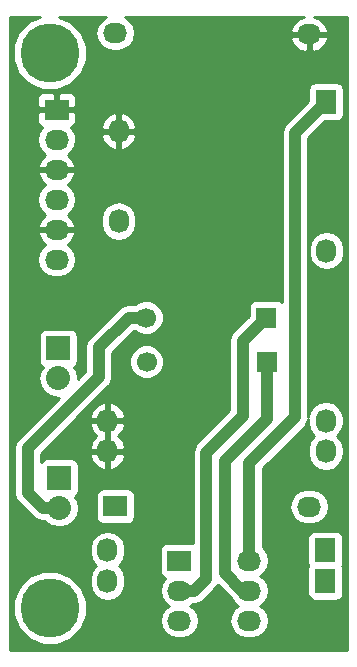
<source format=gbr>
G04 #@! TF.FileFunction,Copper,L2,Bot,Signal*
%FSLAX46Y46*%
G04 Gerber Fmt 4.6, Leading zero omitted, Abs format (unit mm)*
G04 Created by KiCad (PCBNEW 4.0.2-stable) date 11.07.2016 23:58:06*
%MOMM*%
G01*
G04 APERTURE LIST*
%ADD10C,0.100000*%
%ADD11C,5.000000*%
%ADD12C,1.699260*%
%ADD13R,1.699260X1.699260*%
%ADD14O,2.032000X1.727200*%
%ADD15R,2.032000X1.727200*%
%ADD16O,1.727200X2.032000*%
%ADD17R,1.727200X2.032000*%
%ADD18R,2.032000X2.032000*%
%ADD19O,2.032000X2.032000*%
%ADD20C,1.000000*%
%ADD21C,0.254000*%
G04 APERTURE END LIST*
D10*
D11*
X130479800Y-128422400D03*
D12*
X138632680Y-103837740D03*
D13*
X148792680Y-103837740D03*
D12*
X138658080Y-107571540D03*
D13*
X148818080Y-107571540D03*
D14*
X152421200Y-79855600D03*
X136021200Y-79755600D03*
X152421200Y-119855600D03*
D15*
X136021200Y-119815600D03*
D16*
X135337600Y-126159400D03*
X135337600Y-123559400D03*
X135337600Y-112559400D03*
X135337600Y-115159400D03*
X153837600Y-115159400D03*
D17*
X153797600Y-126159400D03*
D16*
X153837600Y-112559400D03*
D17*
X153797600Y-123559400D03*
D16*
X136291600Y-88071800D03*
X136291600Y-95671800D03*
X153891600Y-98171800D03*
D17*
X153851600Y-85571800D03*
D18*
X131267200Y-117424200D03*
D19*
X131267200Y-119964200D03*
D15*
X131038600Y-86233000D03*
D14*
X131038600Y-88773000D03*
X131038600Y-91313000D03*
X131038600Y-93853000D03*
X131038600Y-96393000D03*
X131038600Y-98933000D03*
D18*
X131191000Y-106451400D03*
D19*
X131191000Y-108991400D03*
D14*
X141449800Y-129490800D03*
X141449800Y-126950800D03*
D15*
X141449800Y-124410800D03*
D14*
X147349800Y-124410800D03*
X147349800Y-126950800D03*
X147349800Y-129490800D03*
D11*
X130454400Y-81432400D03*
D20*
X138632680Y-103837740D02*
X137157460Y-103837740D01*
X129870200Y-119964200D02*
X131267200Y-119964200D01*
X128600200Y-118694200D02*
X129870200Y-119964200D01*
X128600200Y-114884200D02*
X128600200Y-118694200D01*
X134620000Y-108864400D02*
X128600200Y-114884200D01*
X134620000Y-106375200D02*
X134620000Y-108864400D01*
X137157460Y-103837740D02*
X134620000Y-106375200D01*
X141449800Y-126950800D02*
X142695600Y-126950800D01*
X146812000Y-105818420D02*
X148792680Y-103837740D01*
X146812000Y-112166400D02*
X146812000Y-105818420D01*
X143687800Y-115290600D02*
X146812000Y-112166400D01*
X143687800Y-125958600D02*
X143687800Y-115290600D01*
X142695600Y-126950800D02*
X143687800Y-125958600D01*
X147349800Y-126950800D02*
X146762800Y-126950800D01*
X146762800Y-126950800D02*
X145288000Y-125476000D01*
X145288000Y-125476000D02*
X145288000Y-115951000D01*
X145288000Y-115951000D02*
X148818080Y-112420920D01*
X148818080Y-112420920D02*
X148818080Y-107571540D01*
X147349800Y-124410800D02*
X147349800Y-116149800D01*
X151231600Y-88191800D02*
X153851600Y-85571800D01*
X151231600Y-112268000D02*
X151231600Y-88191800D01*
X147349800Y-116149800D02*
X151231600Y-112268000D01*
D21*
G36*
X128680885Y-78773127D02*
X127798226Y-79654247D01*
X127319946Y-80806074D01*
X127318857Y-82053254D01*
X127795127Y-83205915D01*
X128676247Y-84088574D01*
X129828074Y-84566854D01*
X131075254Y-84567943D01*
X132227915Y-84091673D01*
X133110574Y-83210553D01*
X133588854Y-82058726D01*
X133589943Y-80811546D01*
X133113673Y-79658885D01*
X132232553Y-78776226D01*
X131286041Y-78383200D01*
X135244818Y-78383200D01*
X134776785Y-78695930D01*
X134451929Y-79182111D01*
X134337855Y-79755600D01*
X134451929Y-80329089D01*
X134776785Y-80815270D01*
X135262966Y-81140126D01*
X135836455Y-81254200D01*
X136205945Y-81254200D01*
X136779434Y-81140126D01*
X137265615Y-80815270D01*
X137590471Y-80329089D01*
X137613239Y-80214626D01*
X150813842Y-80214626D01*
X150816491Y-80230391D01*
X151070468Y-80757636D01*
X151506880Y-81147554D01*
X152059287Y-81340784D01*
X152294200Y-81196524D01*
X152294200Y-79982600D01*
X152548200Y-79982600D01*
X152548200Y-81196524D01*
X152783113Y-81340784D01*
X153335520Y-81147554D01*
X153771932Y-80757636D01*
X154025909Y-80230391D01*
X154028558Y-80214626D01*
X153907417Y-79982600D01*
X152548200Y-79982600D01*
X152294200Y-79982600D01*
X150934983Y-79982600D01*
X150813842Y-80214626D01*
X137613239Y-80214626D01*
X137704545Y-79755600D01*
X137590471Y-79182111D01*
X137265615Y-78695930D01*
X136797582Y-78383200D01*
X152022740Y-78383200D01*
X151506880Y-78563646D01*
X151070468Y-78953564D01*
X150816491Y-79480809D01*
X150813842Y-79496574D01*
X150934983Y-79728600D01*
X152294200Y-79728600D01*
X152294200Y-79708600D01*
X152548200Y-79708600D01*
X152548200Y-79728600D01*
X153907417Y-79728600D01*
X154028558Y-79496574D01*
X154025909Y-79480809D01*
X153771932Y-78953564D01*
X153335520Y-78563646D01*
X152819660Y-78383200D01*
X155652400Y-78383200D01*
X155652400Y-131954200D01*
X127100400Y-131954200D01*
X127100400Y-129043254D01*
X127344257Y-129043254D01*
X127820527Y-130195915D01*
X128701647Y-131078574D01*
X129853474Y-131556854D01*
X131100654Y-131557943D01*
X132253315Y-131081673D01*
X133135974Y-130200553D01*
X133614254Y-129048726D01*
X133615343Y-127801546D01*
X133139073Y-126648885D01*
X132257953Y-125766226D01*
X131106126Y-125287946D01*
X129858946Y-125286857D01*
X128706285Y-125763127D01*
X127823626Y-126644247D01*
X127345346Y-127796074D01*
X127344257Y-129043254D01*
X127100400Y-129043254D01*
X127100400Y-123374655D01*
X133839000Y-123374655D01*
X133839000Y-123744145D01*
X133953074Y-124317634D01*
X134277930Y-124803815D01*
X134361119Y-124859400D01*
X134277930Y-124914985D01*
X133953074Y-125401166D01*
X133839000Y-125974655D01*
X133839000Y-126344145D01*
X133953074Y-126917634D01*
X134277930Y-127403815D01*
X134764111Y-127728671D01*
X135337600Y-127842745D01*
X135911089Y-127728671D01*
X136397270Y-127403815D01*
X136699965Y-126950800D01*
X139766455Y-126950800D01*
X139880529Y-127524289D01*
X140205385Y-128010470D01*
X140520166Y-128220800D01*
X140205385Y-128431130D01*
X139880529Y-128917311D01*
X139766455Y-129490800D01*
X139880529Y-130064289D01*
X140205385Y-130550470D01*
X140691566Y-130875326D01*
X141265055Y-130989400D01*
X141634545Y-130989400D01*
X142208034Y-130875326D01*
X142694215Y-130550470D01*
X143019071Y-130064289D01*
X143133145Y-129490800D01*
X143019071Y-128917311D01*
X142694215Y-128431130D01*
X142379434Y-128220800D01*
X142581476Y-128085800D01*
X142695600Y-128085800D01*
X143129946Y-127999403D01*
X143498166Y-127753366D01*
X144490366Y-126761166D01*
X144681693Y-126474825D01*
X145879948Y-127673080D01*
X146105385Y-128010470D01*
X146420166Y-128220800D01*
X146105385Y-128431130D01*
X145780529Y-128917311D01*
X145666455Y-129490800D01*
X145780529Y-130064289D01*
X146105385Y-130550470D01*
X146591566Y-130875326D01*
X147165055Y-130989400D01*
X147534545Y-130989400D01*
X148108034Y-130875326D01*
X148594215Y-130550470D01*
X148919071Y-130064289D01*
X149033145Y-129490800D01*
X148919071Y-128917311D01*
X148594215Y-128431130D01*
X148279434Y-128220800D01*
X148594215Y-128010470D01*
X148919071Y-127524289D01*
X149033145Y-126950800D01*
X148919071Y-126377311D01*
X148594215Y-125891130D01*
X148279434Y-125680800D01*
X148594215Y-125470470D01*
X148919071Y-124984289D01*
X149033145Y-124410800D01*
X148919071Y-123837311D01*
X148594215Y-123351130D01*
X148484800Y-123278021D01*
X148484800Y-122543400D01*
X152286560Y-122543400D01*
X152286560Y-124575400D01*
X152330838Y-124810717D01*
X152360877Y-124857398D01*
X152337569Y-124891510D01*
X152286560Y-125143400D01*
X152286560Y-127175400D01*
X152330838Y-127410717D01*
X152469910Y-127626841D01*
X152682110Y-127771831D01*
X152934000Y-127822840D01*
X154661200Y-127822840D01*
X154896517Y-127778562D01*
X155112641Y-127639490D01*
X155257631Y-127427290D01*
X155308640Y-127175400D01*
X155308640Y-125143400D01*
X155264362Y-124908083D01*
X155234323Y-124861402D01*
X155257631Y-124827290D01*
X155308640Y-124575400D01*
X155308640Y-122543400D01*
X155264362Y-122308083D01*
X155125290Y-122091959D01*
X154913090Y-121946969D01*
X154661200Y-121895960D01*
X152934000Y-121895960D01*
X152698683Y-121940238D01*
X152482559Y-122079310D01*
X152337569Y-122291510D01*
X152286560Y-122543400D01*
X148484800Y-122543400D01*
X148484800Y-119855600D01*
X150737855Y-119855600D01*
X150851929Y-120429089D01*
X151176785Y-120915270D01*
X151662966Y-121240126D01*
X152236455Y-121354200D01*
X152605945Y-121354200D01*
X153179434Y-121240126D01*
X153665615Y-120915270D01*
X153990471Y-120429089D01*
X154104545Y-119855600D01*
X153990471Y-119282111D01*
X153665615Y-118795930D01*
X153179434Y-118471074D01*
X152605945Y-118357000D01*
X152236455Y-118357000D01*
X151662966Y-118471074D01*
X151176785Y-118795930D01*
X150851929Y-119282111D01*
X150737855Y-119855600D01*
X148484800Y-119855600D01*
X148484800Y-116619932D01*
X152034166Y-113070566D01*
X152178025Y-112855266D01*
X152280203Y-112702346D01*
X152339000Y-112406754D01*
X152339000Y-112744145D01*
X152453074Y-113317634D01*
X152777930Y-113803815D01*
X152861119Y-113859400D01*
X152777930Y-113914985D01*
X152453074Y-114401166D01*
X152339000Y-114974655D01*
X152339000Y-115344145D01*
X152453074Y-115917634D01*
X152777930Y-116403815D01*
X153264111Y-116728671D01*
X153837600Y-116842745D01*
X154411089Y-116728671D01*
X154897270Y-116403815D01*
X155222126Y-115917634D01*
X155336200Y-115344145D01*
X155336200Y-114974655D01*
X155222126Y-114401166D01*
X154897270Y-113914985D01*
X154814081Y-113859400D01*
X154897270Y-113803815D01*
X155222126Y-113317634D01*
X155336200Y-112744145D01*
X155336200Y-112374655D01*
X155222126Y-111801166D01*
X154897270Y-111314985D01*
X154411089Y-110990129D01*
X153837600Y-110876055D01*
X153264111Y-110990129D01*
X152777930Y-111314985D01*
X152453074Y-111801166D01*
X152366600Y-112235900D01*
X152366600Y-97987055D01*
X152393000Y-97987055D01*
X152393000Y-98356545D01*
X152507074Y-98930034D01*
X152831930Y-99416215D01*
X153318111Y-99741071D01*
X153891600Y-99855145D01*
X154465089Y-99741071D01*
X154951270Y-99416215D01*
X155276126Y-98930034D01*
X155390200Y-98356545D01*
X155390200Y-97987055D01*
X155276126Y-97413566D01*
X154951270Y-96927385D01*
X154465089Y-96602529D01*
X153891600Y-96488455D01*
X153318111Y-96602529D01*
X152831930Y-96927385D01*
X152507074Y-97413566D01*
X152393000Y-97987055D01*
X152366600Y-97987055D01*
X152366600Y-88661932D01*
X153793293Y-87235240D01*
X154715200Y-87235240D01*
X154950517Y-87190962D01*
X155166641Y-87051890D01*
X155311631Y-86839690D01*
X155362640Y-86587800D01*
X155362640Y-84555800D01*
X155318362Y-84320483D01*
X155179290Y-84104359D01*
X154967090Y-83959369D01*
X154715200Y-83908360D01*
X152988000Y-83908360D01*
X152752683Y-83952638D01*
X152536559Y-84091710D01*
X152391569Y-84303910D01*
X152340560Y-84555800D01*
X152340560Y-85477707D01*
X150429034Y-87389234D01*
X150182997Y-87757454D01*
X150096600Y-88191800D01*
X150096600Y-102529973D01*
X149894200Y-102391679D01*
X149642310Y-102340670D01*
X147943050Y-102340670D01*
X147707733Y-102384948D01*
X147491609Y-102524020D01*
X147346619Y-102736220D01*
X147295610Y-102988110D01*
X147295610Y-103729677D01*
X146009434Y-105015854D01*
X145763397Y-105384074D01*
X145677000Y-105818420D01*
X145677000Y-111696268D01*
X142885234Y-114488034D01*
X142639197Y-114856254D01*
X142552800Y-115290600D01*
X142552800Y-122917378D01*
X142465800Y-122899760D01*
X140433800Y-122899760D01*
X140198483Y-122944038D01*
X139982359Y-123083110D01*
X139837369Y-123295310D01*
X139786360Y-123547200D01*
X139786360Y-125274400D01*
X139830638Y-125509717D01*
X139969710Y-125725841D01*
X140181910Y-125870831D01*
X140223239Y-125879200D01*
X140205385Y-125891130D01*
X139880529Y-126377311D01*
X139766455Y-126950800D01*
X136699965Y-126950800D01*
X136722126Y-126917634D01*
X136836200Y-126344145D01*
X136836200Y-125974655D01*
X136722126Y-125401166D01*
X136397270Y-124914985D01*
X136314081Y-124859400D01*
X136397270Y-124803815D01*
X136722126Y-124317634D01*
X136836200Y-123744145D01*
X136836200Y-123374655D01*
X136722126Y-122801166D01*
X136397270Y-122314985D01*
X135911089Y-121990129D01*
X135337600Y-121876055D01*
X134764111Y-121990129D01*
X134277930Y-122314985D01*
X133953074Y-122801166D01*
X133839000Y-123374655D01*
X127100400Y-123374655D01*
X127100400Y-114884200D01*
X127465200Y-114884200D01*
X127465200Y-118694200D01*
X127551597Y-119128546D01*
X127797634Y-119496766D01*
X129067634Y-120766766D01*
X129435854Y-121012803D01*
X129870200Y-121099200D01*
X130045751Y-121099200D01*
X130067422Y-121131633D01*
X130603045Y-121489525D01*
X131234855Y-121615200D01*
X131299545Y-121615200D01*
X131931355Y-121489525D01*
X132466978Y-121131633D01*
X132824870Y-120596010D01*
X132950545Y-119964200D01*
X132824870Y-119332390D01*
X132597701Y-118992408D01*
X132660497Y-118952000D01*
X134357760Y-118952000D01*
X134357760Y-120679200D01*
X134402038Y-120914517D01*
X134541110Y-121130641D01*
X134753310Y-121275631D01*
X135005200Y-121326640D01*
X137037200Y-121326640D01*
X137272517Y-121282362D01*
X137488641Y-121143290D01*
X137633631Y-120931090D01*
X137684640Y-120679200D01*
X137684640Y-118952000D01*
X137640362Y-118716683D01*
X137501290Y-118500559D01*
X137289090Y-118355569D01*
X137037200Y-118304560D01*
X135005200Y-118304560D01*
X134769883Y-118348838D01*
X134553759Y-118487910D01*
X134408769Y-118700110D01*
X134357760Y-118952000D01*
X132660497Y-118952000D01*
X132734641Y-118904290D01*
X132879631Y-118692090D01*
X132930640Y-118440200D01*
X132930640Y-116408200D01*
X132886362Y-116172883D01*
X132747290Y-115956759D01*
X132535090Y-115811769D01*
X132283200Y-115760760D01*
X130251200Y-115760760D01*
X130015883Y-115805038D01*
X129799759Y-115944110D01*
X129735200Y-116038595D01*
X129735200Y-115521313D01*
X133852416Y-115521313D01*
X134045646Y-116073720D01*
X134435564Y-116510132D01*
X134962809Y-116764109D01*
X134978574Y-116766758D01*
X135210600Y-116645617D01*
X135210600Y-115286400D01*
X135464600Y-115286400D01*
X135464600Y-116645617D01*
X135696626Y-116766758D01*
X135712391Y-116764109D01*
X136239636Y-116510132D01*
X136629554Y-116073720D01*
X136822784Y-115521313D01*
X136678524Y-115286400D01*
X135464600Y-115286400D01*
X135210600Y-115286400D01*
X133996676Y-115286400D01*
X133852416Y-115521313D01*
X129735200Y-115521313D01*
X129735200Y-115354332D01*
X132168219Y-112921313D01*
X133852416Y-112921313D01*
X134045646Y-113473720D01*
X134390237Y-113859400D01*
X134045646Y-114245080D01*
X133852416Y-114797487D01*
X133996676Y-115032400D01*
X135210600Y-115032400D01*
X135210600Y-112686400D01*
X135464600Y-112686400D01*
X135464600Y-115032400D01*
X136678524Y-115032400D01*
X136822784Y-114797487D01*
X136629554Y-114245080D01*
X136284963Y-113859400D01*
X136629554Y-113473720D01*
X136822784Y-112921313D01*
X136678524Y-112686400D01*
X135464600Y-112686400D01*
X135210600Y-112686400D01*
X133996676Y-112686400D01*
X133852416Y-112921313D01*
X132168219Y-112921313D01*
X132892045Y-112197487D01*
X133852416Y-112197487D01*
X133996676Y-112432400D01*
X135210600Y-112432400D01*
X135210600Y-111073183D01*
X135464600Y-111073183D01*
X135464600Y-112432400D01*
X136678524Y-112432400D01*
X136822784Y-112197487D01*
X136629554Y-111645080D01*
X136239636Y-111208668D01*
X135712391Y-110954691D01*
X135696626Y-110952042D01*
X135464600Y-111073183D01*
X135210600Y-111073183D01*
X134978574Y-110952042D01*
X134962809Y-110954691D01*
X134435564Y-111208668D01*
X134045646Y-111645080D01*
X133852416Y-112197487D01*
X132892045Y-112197487D01*
X135422566Y-109666966D01*
X135451803Y-109623210D01*
X135668603Y-109298746D01*
X135755000Y-108864400D01*
X135755000Y-107865556D01*
X137173192Y-107865556D01*
X137398738Y-108411417D01*
X137816006Y-108829414D01*
X138361473Y-109055912D01*
X138952096Y-109056428D01*
X139497957Y-108830882D01*
X139915954Y-108413614D01*
X140142452Y-107868147D01*
X140142968Y-107277524D01*
X139917422Y-106731663D01*
X139500154Y-106313666D01*
X138954687Y-106087168D01*
X138364064Y-106086652D01*
X137818203Y-106312198D01*
X137400206Y-106729466D01*
X137173708Y-107274933D01*
X137173192Y-107865556D01*
X135755000Y-107865556D01*
X135755000Y-106845332D01*
X137627592Y-104972740D01*
X137667946Y-104972740D01*
X137790606Y-105095614D01*
X138336073Y-105322112D01*
X138926696Y-105322628D01*
X139472557Y-105097082D01*
X139890554Y-104679814D01*
X140117052Y-104134347D01*
X140117568Y-103543724D01*
X139892022Y-102997863D01*
X139474754Y-102579866D01*
X138929287Y-102353368D01*
X138338664Y-102352852D01*
X137792803Y-102578398D01*
X137668244Y-102702740D01*
X137157460Y-102702740D01*
X136723119Y-102789136D01*
X136723114Y-102789137D01*
X136354894Y-103035174D01*
X133817434Y-105572634D01*
X133571397Y-105940854D01*
X133485000Y-106375200D01*
X133485000Y-108394268D01*
X132870987Y-109008281D01*
X132874345Y-108991400D01*
X132748670Y-108359590D01*
X132521501Y-108019608D01*
X132658441Y-107931490D01*
X132803431Y-107719290D01*
X132854440Y-107467400D01*
X132854440Y-105435400D01*
X132810162Y-105200083D01*
X132671090Y-104983959D01*
X132458890Y-104838969D01*
X132207000Y-104787960D01*
X130175000Y-104787960D01*
X129939683Y-104832238D01*
X129723559Y-104971310D01*
X129578569Y-105183510D01*
X129527560Y-105435400D01*
X129527560Y-107467400D01*
X129571838Y-107702717D01*
X129710910Y-107918841D01*
X129859837Y-108020598D01*
X129633330Y-108359590D01*
X129507655Y-108991400D01*
X129633330Y-109623210D01*
X129991222Y-110158833D01*
X130526845Y-110516725D01*
X131158655Y-110642400D01*
X131223345Y-110642400D01*
X131240226Y-110639042D01*
X127797634Y-114081634D01*
X127551597Y-114449854D01*
X127465200Y-114884200D01*
X127100400Y-114884200D01*
X127100400Y-98933000D01*
X129355255Y-98933000D01*
X129469329Y-99506489D01*
X129794185Y-99992670D01*
X130280366Y-100317526D01*
X130853855Y-100431600D01*
X131223345Y-100431600D01*
X131796834Y-100317526D01*
X132283015Y-99992670D01*
X132607871Y-99506489D01*
X132721945Y-98933000D01*
X132607871Y-98359511D01*
X132283015Y-97873330D01*
X131973531Y-97666539D01*
X132389332Y-97295036D01*
X132643309Y-96767791D01*
X132645958Y-96752026D01*
X132524817Y-96520000D01*
X131165600Y-96520000D01*
X131165600Y-96540000D01*
X130911600Y-96540000D01*
X130911600Y-96520000D01*
X129552383Y-96520000D01*
X129431242Y-96752026D01*
X129433891Y-96767791D01*
X129687868Y-97295036D01*
X130103669Y-97666539D01*
X129794185Y-97873330D01*
X129469329Y-98359511D01*
X129355255Y-98933000D01*
X127100400Y-98933000D01*
X127100400Y-93853000D01*
X129355255Y-93853000D01*
X129469329Y-94426489D01*
X129794185Y-94912670D01*
X130103669Y-95119461D01*
X129687868Y-95490964D01*
X129433891Y-96018209D01*
X129431242Y-96033974D01*
X129552383Y-96266000D01*
X130911600Y-96266000D01*
X130911600Y-96246000D01*
X131165600Y-96246000D01*
X131165600Y-96266000D01*
X132524817Y-96266000D01*
X132645958Y-96033974D01*
X132643309Y-96018209D01*
X132389332Y-95490964D01*
X132384957Y-95487055D01*
X134793000Y-95487055D01*
X134793000Y-95856545D01*
X134907074Y-96430034D01*
X135231930Y-96916215D01*
X135718111Y-97241071D01*
X136291600Y-97355145D01*
X136865089Y-97241071D01*
X137351270Y-96916215D01*
X137676126Y-96430034D01*
X137790200Y-95856545D01*
X137790200Y-95487055D01*
X137676126Y-94913566D01*
X137351270Y-94427385D01*
X136865089Y-94102529D01*
X136291600Y-93988455D01*
X135718111Y-94102529D01*
X135231930Y-94427385D01*
X134907074Y-94913566D01*
X134793000Y-95487055D01*
X132384957Y-95487055D01*
X131973531Y-95119461D01*
X132283015Y-94912670D01*
X132607871Y-94426489D01*
X132721945Y-93853000D01*
X132607871Y-93279511D01*
X132283015Y-92793330D01*
X131973531Y-92586539D01*
X132389332Y-92215036D01*
X132643309Y-91687791D01*
X132645958Y-91672026D01*
X132524817Y-91440000D01*
X131165600Y-91440000D01*
X131165600Y-91460000D01*
X130911600Y-91460000D01*
X130911600Y-91440000D01*
X129552383Y-91440000D01*
X129431242Y-91672026D01*
X129433891Y-91687791D01*
X129687868Y-92215036D01*
X130103669Y-92586539D01*
X129794185Y-92793330D01*
X129469329Y-93279511D01*
X129355255Y-93853000D01*
X127100400Y-93853000D01*
X127100400Y-88773000D01*
X129355255Y-88773000D01*
X129469329Y-89346489D01*
X129794185Y-89832670D01*
X130103669Y-90039461D01*
X129687868Y-90410964D01*
X129433891Y-90938209D01*
X129431242Y-90953974D01*
X129552383Y-91186000D01*
X130911600Y-91186000D01*
X130911600Y-91166000D01*
X131165600Y-91166000D01*
X131165600Y-91186000D01*
X132524817Y-91186000D01*
X132645958Y-90953974D01*
X132643309Y-90938209D01*
X132389332Y-90410964D01*
X131973531Y-90039461D01*
X132283015Y-89832670D01*
X132607871Y-89346489D01*
X132721945Y-88773000D01*
X132654457Y-88433713D01*
X134806416Y-88433713D01*
X134999646Y-88986120D01*
X135389564Y-89422532D01*
X135916809Y-89676509D01*
X135932574Y-89679158D01*
X136164600Y-89558017D01*
X136164600Y-88198800D01*
X136418600Y-88198800D01*
X136418600Y-89558017D01*
X136650626Y-89679158D01*
X136666391Y-89676509D01*
X137193636Y-89422532D01*
X137583554Y-88986120D01*
X137776784Y-88433713D01*
X137632524Y-88198800D01*
X136418600Y-88198800D01*
X136164600Y-88198800D01*
X134950676Y-88198800D01*
X134806416Y-88433713D01*
X132654457Y-88433713D01*
X132607871Y-88199511D01*
X132283015Y-87713330D01*
X132277863Y-87709887D01*
X134806416Y-87709887D01*
X134950676Y-87944800D01*
X136164600Y-87944800D01*
X136164600Y-86585583D01*
X136418600Y-86585583D01*
X136418600Y-87944800D01*
X137632524Y-87944800D01*
X137776784Y-87709887D01*
X137583554Y-87157480D01*
X137193636Y-86721068D01*
X136666391Y-86467091D01*
X136650626Y-86464442D01*
X136418600Y-86585583D01*
X136164600Y-86585583D01*
X135932574Y-86464442D01*
X135916809Y-86467091D01*
X135389564Y-86721068D01*
X134999646Y-87157480D01*
X134806416Y-87709887D01*
X132277863Y-87709887D01*
X132260820Y-87698500D01*
X132414298Y-87634927D01*
X132592927Y-87456299D01*
X132689600Y-87222910D01*
X132689600Y-86518750D01*
X132530850Y-86360000D01*
X131165600Y-86360000D01*
X131165600Y-86380000D01*
X130911600Y-86380000D01*
X130911600Y-86360000D01*
X129546350Y-86360000D01*
X129387600Y-86518750D01*
X129387600Y-87222910D01*
X129484273Y-87456299D01*
X129662902Y-87634927D01*
X129816380Y-87698500D01*
X129794185Y-87713330D01*
X129469329Y-88199511D01*
X129355255Y-88773000D01*
X127100400Y-88773000D01*
X127100400Y-85243090D01*
X129387600Y-85243090D01*
X129387600Y-85947250D01*
X129546350Y-86106000D01*
X130911600Y-86106000D01*
X130911600Y-84893150D01*
X131165600Y-84893150D01*
X131165600Y-86106000D01*
X132530850Y-86106000D01*
X132689600Y-85947250D01*
X132689600Y-85243090D01*
X132592927Y-85009701D01*
X132414298Y-84831073D01*
X132180909Y-84734400D01*
X131324350Y-84734400D01*
X131165600Y-84893150D01*
X130911600Y-84893150D01*
X130752850Y-84734400D01*
X129896291Y-84734400D01*
X129662902Y-84831073D01*
X129484273Y-85009701D01*
X129387600Y-85243090D01*
X127100400Y-85243090D01*
X127100400Y-78383200D01*
X129624580Y-78383200D01*
X128680885Y-78773127D01*
X128680885Y-78773127D01*
G37*
X128680885Y-78773127D02*
X127798226Y-79654247D01*
X127319946Y-80806074D01*
X127318857Y-82053254D01*
X127795127Y-83205915D01*
X128676247Y-84088574D01*
X129828074Y-84566854D01*
X131075254Y-84567943D01*
X132227915Y-84091673D01*
X133110574Y-83210553D01*
X133588854Y-82058726D01*
X133589943Y-80811546D01*
X133113673Y-79658885D01*
X132232553Y-78776226D01*
X131286041Y-78383200D01*
X135244818Y-78383200D01*
X134776785Y-78695930D01*
X134451929Y-79182111D01*
X134337855Y-79755600D01*
X134451929Y-80329089D01*
X134776785Y-80815270D01*
X135262966Y-81140126D01*
X135836455Y-81254200D01*
X136205945Y-81254200D01*
X136779434Y-81140126D01*
X137265615Y-80815270D01*
X137590471Y-80329089D01*
X137613239Y-80214626D01*
X150813842Y-80214626D01*
X150816491Y-80230391D01*
X151070468Y-80757636D01*
X151506880Y-81147554D01*
X152059287Y-81340784D01*
X152294200Y-81196524D01*
X152294200Y-79982600D01*
X152548200Y-79982600D01*
X152548200Y-81196524D01*
X152783113Y-81340784D01*
X153335520Y-81147554D01*
X153771932Y-80757636D01*
X154025909Y-80230391D01*
X154028558Y-80214626D01*
X153907417Y-79982600D01*
X152548200Y-79982600D01*
X152294200Y-79982600D01*
X150934983Y-79982600D01*
X150813842Y-80214626D01*
X137613239Y-80214626D01*
X137704545Y-79755600D01*
X137590471Y-79182111D01*
X137265615Y-78695930D01*
X136797582Y-78383200D01*
X152022740Y-78383200D01*
X151506880Y-78563646D01*
X151070468Y-78953564D01*
X150816491Y-79480809D01*
X150813842Y-79496574D01*
X150934983Y-79728600D01*
X152294200Y-79728600D01*
X152294200Y-79708600D01*
X152548200Y-79708600D01*
X152548200Y-79728600D01*
X153907417Y-79728600D01*
X154028558Y-79496574D01*
X154025909Y-79480809D01*
X153771932Y-78953564D01*
X153335520Y-78563646D01*
X152819660Y-78383200D01*
X155652400Y-78383200D01*
X155652400Y-131954200D01*
X127100400Y-131954200D01*
X127100400Y-129043254D01*
X127344257Y-129043254D01*
X127820527Y-130195915D01*
X128701647Y-131078574D01*
X129853474Y-131556854D01*
X131100654Y-131557943D01*
X132253315Y-131081673D01*
X133135974Y-130200553D01*
X133614254Y-129048726D01*
X133615343Y-127801546D01*
X133139073Y-126648885D01*
X132257953Y-125766226D01*
X131106126Y-125287946D01*
X129858946Y-125286857D01*
X128706285Y-125763127D01*
X127823626Y-126644247D01*
X127345346Y-127796074D01*
X127344257Y-129043254D01*
X127100400Y-129043254D01*
X127100400Y-123374655D01*
X133839000Y-123374655D01*
X133839000Y-123744145D01*
X133953074Y-124317634D01*
X134277930Y-124803815D01*
X134361119Y-124859400D01*
X134277930Y-124914985D01*
X133953074Y-125401166D01*
X133839000Y-125974655D01*
X133839000Y-126344145D01*
X133953074Y-126917634D01*
X134277930Y-127403815D01*
X134764111Y-127728671D01*
X135337600Y-127842745D01*
X135911089Y-127728671D01*
X136397270Y-127403815D01*
X136699965Y-126950800D01*
X139766455Y-126950800D01*
X139880529Y-127524289D01*
X140205385Y-128010470D01*
X140520166Y-128220800D01*
X140205385Y-128431130D01*
X139880529Y-128917311D01*
X139766455Y-129490800D01*
X139880529Y-130064289D01*
X140205385Y-130550470D01*
X140691566Y-130875326D01*
X141265055Y-130989400D01*
X141634545Y-130989400D01*
X142208034Y-130875326D01*
X142694215Y-130550470D01*
X143019071Y-130064289D01*
X143133145Y-129490800D01*
X143019071Y-128917311D01*
X142694215Y-128431130D01*
X142379434Y-128220800D01*
X142581476Y-128085800D01*
X142695600Y-128085800D01*
X143129946Y-127999403D01*
X143498166Y-127753366D01*
X144490366Y-126761166D01*
X144681693Y-126474825D01*
X145879948Y-127673080D01*
X146105385Y-128010470D01*
X146420166Y-128220800D01*
X146105385Y-128431130D01*
X145780529Y-128917311D01*
X145666455Y-129490800D01*
X145780529Y-130064289D01*
X146105385Y-130550470D01*
X146591566Y-130875326D01*
X147165055Y-130989400D01*
X147534545Y-130989400D01*
X148108034Y-130875326D01*
X148594215Y-130550470D01*
X148919071Y-130064289D01*
X149033145Y-129490800D01*
X148919071Y-128917311D01*
X148594215Y-128431130D01*
X148279434Y-128220800D01*
X148594215Y-128010470D01*
X148919071Y-127524289D01*
X149033145Y-126950800D01*
X148919071Y-126377311D01*
X148594215Y-125891130D01*
X148279434Y-125680800D01*
X148594215Y-125470470D01*
X148919071Y-124984289D01*
X149033145Y-124410800D01*
X148919071Y-123837311D01*
X148594215Y-123351130D01*
X148484800Y-123278021D01*
X148484800Y-122543400D01*
X152286560Y-122543400D01*
X152286560Y-124575400D01*
X152330838Y-124810717D01*
X152360877Y-124857398D01*
X152337569Y-124891510D01*
X152286560Y-125143400D01*
X152286560Y-127175400D01*
X152330838Y-127410717D01*
X152469910Y-127626841D01*
X152682110Y-127771831D01*
X152934000Y-127822840D01*
X154661200Y-127822840D01*
X154896517Y-127778562D01*
X155112641Y-127639490D01*
X155257631Y-127427290D01*
X155308640Y-127175400D01*
X155308640Y-125143400D01*
X155264362Y-124908083D01*
X155234323Y-124861402D01*
X155257631Y-124827290D01*
X155308640Y-124575400D01*
X155308640Y-122543400D01*
X155264362Y-122308083D01*
X155125290Y-122091959D01*
X154913090Y-121946969D01*
X154661200Y-121895960D01*
X152934000Y-121895960D01*
X152698683Y-121940238D01*
X152482559Y-122079310D01*
X152337569Y-122291510D01*
X152286560Y-122543400D01*
X148484800Y-122543400D01*
X148484800Y-119855600D01*
X150737855Y-119855600D01*
X150851929Y-120429089D01*
X151176785Y-120915270D01*
X151662966Y-121240126D01*
X152236455Y-121354200D01*
X152605945Y-121354200D01*
X153179434Y-121240126D01*
X153665615Y-120915270D01*
X153990471Y-120429089D01*
X154104545Y-119855600D01*
X153990471Y-119282111D01*
X153665615Y-118795930D01*
X153179434Y-118471074D01*
X152605945Y-118357000D01*
X152236455Y-118357000D01*
X151662966Y-118471074D01*
X151176785Y-118795930D01*
X150851929Y-119282111D01*
X150737855Y-119855600D01*
X148484800Y-119855600D01*
X148484800Y-116619932D01*
X152034166Y-113070566D01*
X152178025Y-112855266D01*
X152280203Y-112702346D01*
X152339000Y-112406754D01*
X152339000Y-112744145D01*
X152453074Y-113317634D01*
X152777930Y-113803815D01*
X152861119Y-113859400D01*
X152777930Y-113914985D01*
X152453074Y-114401166D01*
X152339000Y-114974655D01*
X152339000Y-115344145D01*
X152453074Y-115917634D01*
X152777930Y-116403815D01*
X153264111Y-116728671D01*
X153837600Y-116842745D01*
X154411089Y-116728671D01*
X154897270Y-116403815D01*
X155222126Y-115917634D01*
X155336200Y-115344145D01*
X155336200Y-114974655D01*
X155222126Y-114401166D01*
X154897270Y-113914985D01*
X154814081Y-113859400D01*
X154897270Y-113803815D01*
X155222126Y-113317634D01*
X155336200Y-112744145D01*
X155336200Y-112374655D01*
X155222126Y-111801166D01*
X154897270Y-111314985D01*
X154411089Y-110990129D01*
X153837600Y-110876055D01*
X153264111Y-110990129D01*
X152777930Y-111314985D01*
X152453074Y-111801166D01*
X152366600Y-112235900D01*
X152366600Y-97987055D01*
X152393000Y-97987055D01*
X152393000Y-98356545D01*
X152507074Y-98930034D01*
X152831930Y-99416215D01*
X153318111Y-99741071D01*
X153891600Y-99855145D01*
X154465089Y-99741071D01*
X154951270Y-99416215D01*
X155276126Y-98930034D01*
X155390200Y-98356545D01*
X155390200Y-97987055D01*
X155276126Y-97413566D01*
X154951270Y-96927385D01*
X154465089Y-96602529D01*
X153891600Y-96488455D01*
X153318111Y-96602529D01*
X152831930Y-96927385D01*
X152507074Y-97413566D01*
X152393000Y-97987055D01*
X152366600Y-97987055D01*
X152366600Y-88661932D01*
X153793293Y-87235240D01*
X154715200Y-87235240D01*
X154950517Y-87190962D01*
X155166641Y-87051890D01*
X155311631Y-86839690D01*
X155362640Y-86587800D01*
X155362640Y-84555800D01*
X155318362Y-84320483D01*
X155179290Y-84104359D01*
X154967090Y-83959369D01*
X154715200Y-83908360D01*
X152988000Y-83908360D01*
X152752683Y-83952638D01*
X152536559Y-84091710D01*
X152391569Y-84303910D01*
X152340560Y-84555800D01*
X152340560Y-85477707D01*
X150429034Y-87389234D01*
X150182997Y-87757454D01*
X150096600Y-88191800D01*
X150096600Y-102529973D01*
X149894200Y-102391679D01*
X149642310Y-102340670D01*
X147943050Y-102340670D01*
X147707733Y-102384948D01*
X147491609Y-102524020D01*
X147346619Y-102736220D01*
X147295610Y-102988110D01*
X147295610Y-103729677D01*
X146009434Y-105015854D01*
X145763397Y-105384074D01*
X145677000Y-105818420D01*
X145677000Y-111696268D01*
X142885234Y-114488034D01*
X142639197Y-114856254D01*
X142552800Y-115290600D01*
X142552800Y-122917378D01*
X142465800Y-122899760D01*
X140433800Y-122899760D01*
X140198483Y-122944038D01*
X139982359Y-123083110D01*
X139837369Y-123295310D01*
X139786360Y-123547200D01*
X139786360Y-125274400D01*
X139830638Y-125509717D01*
X139969710Y-125725841D01*
X140181910Y-125870831D01*
X140223239Y-125879200D01*
X140205385Y-125891130D01*
X139880529Y-126377311D01*
X139766455Y-126950800D01*
X136699965Y-126950800D01*
X136722126Y-126917634D01*
X136836200Y-126344145D01*
X136836200Y-125974655D01*
X136722126Y-125401166D01*
X136397270Y-124914985D01*
X136314081Y-124859400D01*
X136397270Y-124803815D01*
X136722126Y-124317634D01*
X136836200Y-123744145D01*
X136836200Y-123374655D01*
X136722126Y-122801166D01*
X136397270Y-122314985D01*
X135911089Y-121990129D01*
X135337600Y-121876055D01*
X134764111Y-121990129D01*
X134277930Y-122314985D01*
X133953074Y-122801166D01*
X133839000Y-123374655D01*
X127100400Y-123374655D01*
X127100400Y-114884200D01*
X127465200Y-114884200D01*
X127465200Y-118694200D01*
X127551597Y-119128546D01*
X127797634Y-119496766D01*
X129067634Y-120766766D01*
X129435854Y-121012803D01*
X129870200Y-121099200D01*
X130045751Y-121099200D01*
X130067422Y-121131633D01*
X130603045Y-121489525D01*
X131234855Y-121615200D01*
X131299545Y-121615200D01*
X131931355Y-121489525D01*
X132466978Y-121131633D01*
X132824870Y-120596010D01*
X132950545Y-119964200D01*
X132824870Y-119332390D01*
X132597701Y-118992408D01*
X132660497Y-118952000D01*
X134357760Y-118952000D01*
X134357760Y-120679200D01*
X134402038Y-120914517D01*
X134541110Y-121130641D01*
X134753310Y-121275631D01*
X135005200Y-121326640D01*
X137037200Y-121326640D01*
X137272517Y-121282362D01*
X137488641Y-121143290D01*
X137633631Y-120931090D01*
X137684640Y-120679200D01*
X137684640Y-118952000D01*
X137640362Y-118716683D01*
X137501290Y-118500559D01*
X137289090Y-118355569D01*
X137037200Y-118304560D01*
X135005200Y-118304560D01*
X134769883Y-118348838D01*
X134553759Y-118487910D01*
X134408769Y-118700110D01*
X134357760Y-118952000D01*
X132660497Y-118952000D01*
X132734641Y-118904290D01*
X132879631Y-118692090D01*
X132930640Y-118440200D01*
X132930640Y-116408200D01*
X132886362Y-116172883D01*
X132747290Y-115956759D01*
X132535090Y-115811769D01*
X132283200Y-115760760D01*
X130251200Y-115760760D01*
X130015883Y-115805038D01*
X129799759Y-115944110D01*
X129735200Y-116038595D01*
X129735200Y-115521313D01*
X133852416Y-115521313D01*
X134045646Y-116073720D01*
X134435564Y-116510132D01*
X134962809Y-116764109D01*
X134978574Y-116766758D01*
X135210600Y-116645617D01*
X135210600Y-115286400D01*
X135464600Y-115286400D01*
X135464600Y-116645617D01*
X135696626Y-116766758D01*
X135712391Y-116764109D01*
X136239636Y-116510132D01*
X136629554Y-116073720D01*
X136822784Y-115521313D01*
X136678524Y-115286400D01*
X135464600Y-115286400D01*
X135210600Y-115286400D01*
X133996676Y-115286400D01*
X133852416Y-115521313D01*
X129735200Y-115521313D01*
X129735200Y-115354332D01*
X132168219Y-112921313D01*
X133852416Y-112921313D01*
X134045646Y-113473720D01*
X134390237Y-113859400D01*
X134045646Y-114245080D01*
X133852416Y-114797487D01*
X133996676Y-115032400D01*
X135210600Y-115032400D01*
X135210600Y-112686400D01*
X135464600Y-112686400D01*
X135464600Y-115032400D01*
X136678524Y-115032400D01*
X136822784Y-114797487D01*
X136629554Y-114245080D01*
X136284963Y-113859400D01*
X136629554Y-113473720D01*
X136822784Y-112921313D01*
X136678524Y-112686400D01*
X135464600Y-112686400D01*
X135210600Y-112686400D01*
X133996676Y-112686400D01*
X133852416Y-112921313D01*
X132168219Y-112921313D01*
X132892045Y-112197487D01*
X133852416Y-112197487D01*
X133996676Y-112432400D01*
X135210600Y-112432400D01*
X135210600Y-111073183D01*
X135464600Y-111073183D01*
X135464600Y-112432400D01*
X136678524Y-112432400D01*
X136822784Y-112197487D01*
X136629554Y-111645080D01*
X136239636Y-111208668D01*
X135712391Y-110954691D01*
X135696626Y-110952042D01*
X135464600Y-111073183D01*
X135210600Y-111073183D01*
X134978574Y-110952042D01*
X134962809Y-110954691D01*
X134435564Y-111208668D01*
X134045646Y-111645080D01*
X133852416Y-112197487D01*
X132892045Y-112197487D01*
X135422566Y-109666966D01*
X135451803Y-109623210D01*
X135668603Y-109298746D01*
X135755000Y-108864400D01*
X135755000Y-107865556D01*
X137173192Y-107865556D01*
X137398738Y-108411417D01*
X137816006Y-108829414D01*
X138361473Y-109055912D01*
X138952096Y-109056428D01*
X139497957Y-108830882D01*
X139915954Y-108413614D01*
X140142452Y-107868147D01*
X140142968Y-107277524D01*
X139917422Y-106731663D01*
X139500154Y-106313666D01*
X138954687Y-106087168D01*
X138364064Y-106086652D01*
X137818203Y-106312198D01*
X137400206Y-106729466D01*
X137173708Y-107274933D01*
X137173192Y-107865556D01*
X135755000Y-107865556D01*
X135755000Y-106845332D01*
X137627592Y-104972740D01*
X137667946Y-104972740D01*
X137790606Y-105095614D01*
X138336073Y-105322112D01*
X138926696Y-105322628D01*
X139472557Y-105097082D01*
X139890554Y-104679814D01*
X140117052Y-104134347D01*
X140117568Y-103543724D01*
X139892022Y-102997863D01*
X139474754Y-102579866D01*
X138929287Y-102353368D01*
X138338664Y-102352852D01*
X137792803Y-102578398D01*
X137668244Y-102702740D01*
X137157460Y-102702740D01*
X136723119Y-102789136D01*
X136723114Y-102789137D01*
X136354894Y-103035174D01*
X133817434Y-105572634D01*
X133571397Y-105940854D01*
X133485000Y-106375200D01*
X133485000Y-108394268D01*
X132870987Y-109008281D01*
X132874345Y-108991400D01*
X132748670Y-108359590D01*
X132521501Y-108019608D01*
X132658441Y-107931490D01*
X132803431Y-107719290D01*
X132854440Y-107467400D01*
X132854440Y-105435400D01*
X132810162Y-105200083D01*
X132671090Y-104983959D01*
X132458890Y-104838969D01*
X132207000Y-104787960D01*
X130175000Y-104787960D01*
X129939683Y-104832238D01*
X129723559Y-104971310D01*
X129578569Y-105183510D01*
X129527560Y-105435400D01*
X129527560Y-107467400D01*
X129571838Y-107702717D01*
X129710910Y-107918841D01*
X129859837Y-108020598D01*
X129633330Y-108359590D01*
X129507655Y-108991400D01*
X129633330Y-109623210D01*
X129991222Y-110158833D01*
X130526845Y-110516725D01*
X131158655Y-110642400D01*
X131223345Y-110642400D01*
X131240226Y-110639042D01*
X127797634Y-114081634D01*
X127551597Y-114449854D01*
X127465200Y-114884200D01*
X127100400Y-114884200D01*
X127100400Y-98933000D01*
X129355255Y-98933000D01*
X129469329Y-99506489D01*
X129794185Y-99992670D01*
X130280366Y-100317526D01*
X130853855Y-100431600D01*
X131223345Y-100431600D01*
X131796834Y-100317526D01*
X132283015Y-99992670D01*
X132607871Y-99506489D01*
X132721945Y-98933000D01*
X132607871Y-98359511D01*
X132283015Y-97873330D01*
X131973531Y-97666539D01*
X132389332Y-97295036D01*
X132643309Y-96767791D01*
X132645958Y-96752026D01*
X132524817Y-96520000D01*
X131165600Y-96520000D01*
X131165600Y-96540000D01*
X130911600Y-96540000D01*
X130911600Y-96520000D01*
X129552383Y-96520000D01*
X129431242Y-96752026D01*
X129433891Y-96767791D01*
X129687868Y-97295036D01*
X130103669Y-97666539D01*
X129794185Y-97873330D01*
X129469329Y-98359511D01*
X129355255Y-98933000D01*
X127100400Y-98933000D01*
X127100400Y-93853000D01*
X129355255Y-93853000D01*
X129469329Y-94426489D01*
X129794185Y-94912670D01*
X130103669Y-95119461D01*
X129687868Y-95490964D01*
X129433891Y-96018209D01*
X129431242Y-96033974D01*
X129552383Y-96266000D01*
X130911600Y-96266000D01*
X130911600Y-96246000D01*
X131165600Y-96246000D01*
X131165600Y-96266000D01*
X132524817Y-96266000D01*
X132645958Y-96033974D01*
X132643309Y-96018209D01*
X132389332Y-95490964D01*
X132384957Y-95487055D01*
X134793000Y-95487055D01*
X134793000Y-95856545D01*
X134907074Y-96430034D01*
X135231930Y-96916215D01*
X135718111Y-97241071D01*
X136291600Y-97355145D01*
X136865089Y-97241071D01*
X137351270Y-96916215D01*
X137676126Y-96430034D01*
X137790200Y-95856545D01*
X137790200Y-95487055D01*
X137676126Y-94913566D01*
X137351270Y-94427385D01*
X136865089Y-94102529D01*
X136291600Y-93988455D01*
X135718111Y-94102529D01*
X135231930Y-94427385D01*
X134907074Y-94913566D01*
X134793000Y-95487055D01*
X132384957Y-95487055D01*
X131973531Y-95119461D01*
X132283015Y-94912670D01*
X132607871Y-94426489D01*
X132721945Y-93853000D01*
X132607871Y-93279511D01*
X132283015Y-92793330D01*
X131973531Y-92586539D01*
X132389332Y-92215036D01*
X132643309Y-91687791D01*
X132645958Y-91672026D01*
X132524817Y-91440000D01*
X131165600Y-91440000D01*
X131165600Y-91460000D01*
X130911600Y-91460000D01*
X130911600Y-91440000D01*
X129552383Y-91440000D01*
X129431242Y-91672026D01*
X129433891Y-91687791D01*
X129687868Y-92215036D01*
X130103669Y-92586539D01*
X129794185Y-92793330D01*
X129469329Y-93279511D01*
X129355255Y-93853000D01*
X127100400Y-93853000D01*
X127100400Y-88773000D01*
X129355255Y-88773000D01*
X129469329Y-89346489D01*
X129794185Y-89832670D01*
X130103669Y-90039461D01*
X129687868Y-90410964D01*
X129433891Y-90938209D01*
X129431242Y-90953974D01*
X129552383Y-91186000D01*
X130911600Y-91186000D01*
X130911600Y-91166000D01*
X131165600Y-91166000D01*
X131165600Y-91186000D01*
X132524817Y-91186000D01*
X132645958Y-90953974D01*
X132643309Y-90938209D01*
X132389332Y-90410964D01*
X131973531Y-90039461D01*
X132283015Y-89832670D01*
X132607871Y-89346489D01*
X132721945Y-88773000D01*
X132654457Y-88433713D01*
X134806416Y-88433713D01*
X134999646Y-88986120D01*
X135389564Y-89422532D01*
X135916809Y-89676509D01*
X135932574Y-89679158D01*
X136164600Y-89558017D01*
X136164600Y-88198800D01*
X136418600Y-88198800D01*
X136418600Y-89558017D01*
X136650626Y-89679158D01*
X136666391Y-89676509D01*
X137193636Y-89422532D01*
X137583554Y-88986120D01*
X137776784Y-88433713D01*
X137632524Y-88198800D01*
X136418600Y-88198800D01*
X136164600Y-88198800D01*
X134950676Y-88198800D01*
X134806416Y-88433713D01*
X132654457Y-88433713D01*
X132607871Y-88199511D01*
X132283015Y-87713330D01*
X132277863Y-87709887D01*
X134806416Y-87709887D01*
X134950676Y-87944800D01*
X136164600Y-87944800D01*
X136164600Y-86585583D01*
X136418600Y-86585583D01*
X136418600Y-87944800D01*
X137632524Y-87944800D01*
X137776784Y-87709887D01*
X137583554Y-87157480D01*
X137193636Y-86721068D01*
X136666391Y-86467091D01*
X136650626Y-86464442D01*
X136418600Y-86585583D01*
X136164600Y-86585583D01*
X135932574Y-86464442D01*
X135916809Y-86467091D01*
X135389564Y-86721068D01*
X134999646Y-87157480D01*
X134806416Y-87709887D01*
X132277863Y-87709887D01*
X132260820Y-87698500D01*
X132414298Y-87634927D01*
X132592927Y-87456299D01*
X132689600Y-87222910D01*
X132689600Y-86518750D01*
X132530850Y-86360000D01*
X131165600Y-86360000D01*
X131165600Y-86380000D01*
X130911600Y-86380000D01*
X130911600Y-86360000D01*
X129546350Y-86360000D01*
X129387600Y-86518750D01*
X129387600Y-87222910D01*
X129484273Y-87456299D01*
X129662902Y-87634927D01*
X129816380Y-87698500D01*
X129794185Y-87713330D01*
X129469329Y-88199511D01*
X129355255Y-88773000D01*
X127100400Y-88773000D01*
X127100400Y-85243090D01*
X129387600Y-85243090D01*
X129387600Y-85947250D01*
X129546350Y-86106000D01*
X130911600Y-86106000D01*
X130911600Y-84893150D01*
X131165600Y-84893150D01*
X131165600Y-86106000D01*
X132530850Y-86106000D01*
X132689600Y-85947250D01*
X132689600Y-85243090D01*
X132592927Y-85009701D01*
X132414298Y-84831073D01*
X132180909Y-84734400D01*
X131324350Y-84734400D01*
X131165600Y-84893150D01*
X130911600Y-84893150D01*
X130752850Y-84734400D01*
X129896291Y-84734400D01*
X129662902Y-84831073D01*
X129484273Y-85009701D01*
X129387600Y-85243090D01*
X127100400Y-85243090D01*
X127100400Y-78383200D01*
X129624580Y-78383200D01*
X128680885Y-78773127D01*
M02*

</source>
